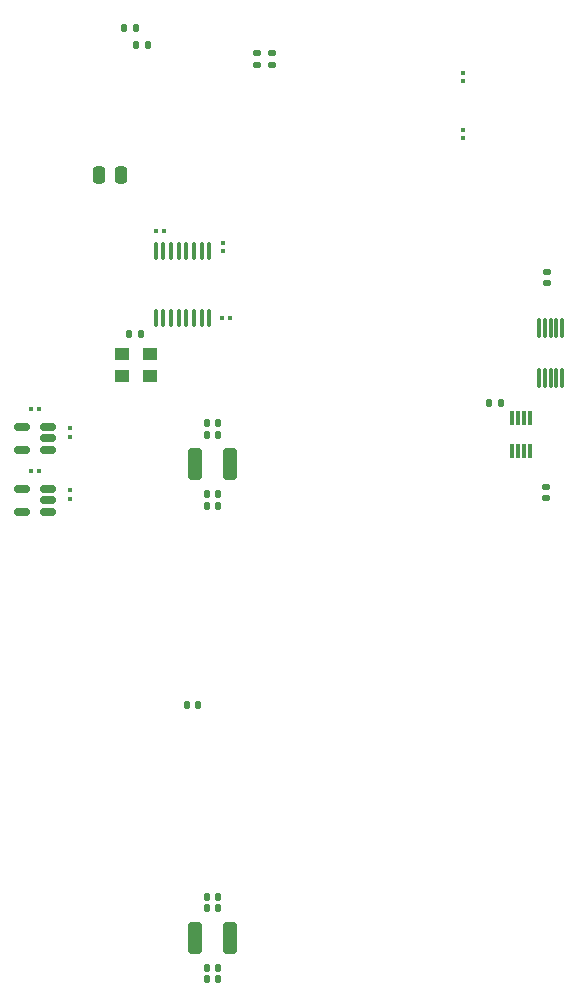
<source format=gbr>
%TF.GenerationSoftware,KiCad,Pcbnew,8.0.4*%
%TF.CreationDate,2024-09-12T18:41:13+02:00*%
%TF.ProjectId,BitForgeNano,42697446-6f72-4676-954e-616e6f2e6b69,rev?*%
%TF.SameCoordinates,Original*%
%TF.FileFunction,Paste,Bot*%
%TF.FilePolarity,Positive*%
%FSLAX46Y46*%
G04 Gerber Fmt 4.6, Leading zero omitted, Abs format (unit mm)*
G04 Created by KiCad (PCBNEW 8.0.4) date 2024-09-12 18:41:13*
%MOMM*%
%LPD*%
G01*
G04 APERTURE LIST*
G04 Aperture macros list*
%AMRoundRect*
0 Rectangle with rounded corners*
0 $1 Rounding radius*
0 $2 $3 $4 $5 $6 $7 $8 $9 X,Y pos of 4 corners*
0 Add a 4 corners polygon primitive as box body*
4,1,4,$2,$3,$4,$5,$6,$7,$8,$9,$2,$3,0*
0 Add four circle primitives for the rounded corners*
1,1,$1+$1,$2,$3*
1,1,$1+$1,$4,$5*
1,1,$1+$1,$6,$7*
1,1,$1+$1,$8,$9*
0 Add four rect primitives between the rounded corners*
20,1,$1+$1,$2,$3,$4,$5,0*
20,1,$1+$1,$4,$5,$6,$7,0*
20,1,$1+$1,$6,$7,$8,$9,0*
20,1,$1+$1,$8,$9,$2,$3,0*%
G04 Aperture macros list end*
%ADD10RoundRect,0.135000X0.185000X-0.135000X0.185000X0.135000X-0.185000X0.135000X-0.185000X-0.135000X0*%
%ADD11RoundRect,0.140000X-0.140000X-0.170000X0.140000X-0.170000X0.140000X0.170000X-0.140000X0.170000X0*%
%ADD12RoundRect,0.250000X-0.325000X-1.100000X0.325000X-1.100000X0.325000X1.100000X-0.325000X1.100000X0*%
%ADD13RoundRect,0.079500X0.079500X0.100500X-0.079500X0.100500X-0.079500X-0.100500X0.079500X-0.100500X0*%
%ADD14RoundRect,0.100000X0.100000X-0.637500X0.100000X0.637500X-0.100000X0.637500X-0.100000X-0.637500X0*%
%ADD15RoundRect,0.250000X-0.250000X-0.475000X0.250000X-0.475000X0.250000X0.475000X-0.250000X0.475000X0*%
%ADD16RoundRect,0.087500X-0.087500X0.725000X-0.087500X-0.725000X0.087500X-0.725000X0.087500X0.725000X0*%
%ADD17RoundRect,0.140000X0.170000X-0.140000X0.170000X0.140000X-0.170000X0.140000X-0.170000X-0.140000X0*%
%ADD18RoundRect,0.150000X-0.512500X-0.150000X0.512500X-0.150000X0.512500X0.150000X-0.512500X0.150000X0*%
%ADD19R,1.300000X1.100000*%
%ADD20RoundRect,0.135000X0.135000X0.185000X-0.135000X0.185000X-0.135000X-0.185000X0.135000X-0.185000X0*%
%ADD21RoundRect,0.087500X-0.087500X0.537500X-0.087500X-0.537500X0.087500X-0.537500X0.087500X0.537500X0*%
%ADD22RoundRect,0.140000X-0.170000X0.140000X-0.170000X-0.140000X0.170000X-0.140000X0.170000X0.140000X0*%
%ADD23RoundRect,0.079500X0.100500X-0.079500X0.100500X0.079500X-0.100500X0.079500X-0.100500X-0.079500X0*%
%ADD24RoundRect,0.079500X-0.100500X0.079500X-0.100500X-0.079500X0.100500X-0.079500X0.100500X0.079500X0*%
%ADD25RoundRect,0.135000X-0.185000X0.135000X-0.185000X-0.135000X0.185000X-0.135000X0.185000X0.135000X0*%
G04 APERTURE END LIST*
D10*
%TO.C,R25*%
X72550000Y-52200000D03*
X72550000Y-53220000D03*
%TD*%
D11*
%TO.C,C46*%
X93180000Y-81800000D03*
X92220000Y-81800000D03*
%TD*%
%TO.C,C29*%
X69230000Y-83500000D03*
X68270000Y-83500000D03*
%TD*%
D12*
%TO.C,C41*%
X70225000Y-87000000D03*
X67275000Y-87000000D03*
%TD*%
D13*
%TO.C,R31*%
X63955000Y-67200000D03*
X64645000Y-67200000D03*
%TD*%
D14*
%TO.C,U9*%
X68500000Y-74625000D03*
X67850000Y-74625000D03*
X67200000Y-74625000D03*
X66550000Y-74625000D03*
X65900000Y-74625000D03*
X65250000Y-74625000D03*
X64600000Y-74625000D03*
X63950000Y-74625000D03*
X63950000Y-68900000D03*
X64600000Y-68900000D03*
X65250000Y-68900000D03*
X65900000Y-68900000D03*
X66550000Y-68900000D03*
X67200000Y-68900000D03*
X67850000Y-68900000D03*
X68500000Y-68900000D03*
%TD*%
D11*
%TO.C,C61*%
X69230000Y-129600000D03*
X68270000Y-129600000D03*
%TD*%
D15*
%TO.C,C47*%
X61050000Y-62500000D03*
X59150000Y-62500000D03*
%TD*%
D13*
%TO.C,C34*%
X53405000Y-87550000D03*
X54095000Y-87550000D03*
%TD*%
D16*
%TO.C,U2*%
X96400000Y-75487500D03*
X96900000Y-75487500D03*
X97400000Y-75487500D03*
X97900000Y-75487500D03*
X98400000Y-75487500D03*
X98400000Y-79712500D03*
X97900000Y-79712500D03*
X97400000Y-79712500D03*
X96900000Y-79712500D03*
X96400000Y-79712500D03*
%TD*%
D11*
%TO.C,C35*%
X62700000Y-76000000D03*
X61740000Y-76000000D03*
%TD*%
D17*
%TO.C,C45*%
X97000000Y-88920000D03*
X97000000Y-89880000D03*
%TD*%
D11*
%TO.C,C40*%
X69230000Y-90500000D03*
X68270000Y-90500000D03*
%TD*%
D12*
%TO.C,C64*%
X70225000Y-127100000D03*
X67275000Y-127100000D03*
%TD*%
D18*
%TO.C,U6*%
X54887500Y-89100000D03*
X54887500Y-90050000D03*
X54887500Y-91000000D03*
X52612500Y-91000000D03*
X52612500Y-89100000D03*
%TD*%
D19*
%TO.C,U11*%
X61150000Y-77650000D03*
X63450000Y-77650000D03*
X63450000Y-79550000D03*
X61150000Y-79550000D03*
%TD*%
D20*
%TO.C,R14*%
X62290000Y-51500000D03*
X63310000Y-51500000D03*
%TD*%
D11*
%TO.C,C60*%
X69230000Y-124600000D03*
X68270000Y-124600000D03*
%TD*%
D21*
%TO.C,U23*%
X95650000Y-85900000D03*
X95150000Y-85900000D03*
X94650000Y-85900000D03*
X94150000Y-85900000D03*
X94150000Y-83100000D03*
X94650000Y-83100000D03*
X95150000Y-83100000D03*
X95650000Y-83100000D03*
%TD*%
D11*
%TO.C,C30*%
X69230000Y-84500000D03*
X68270000Y-84500000D03*
%TD*%
D22*
%TO.C,C21*%
X97100000Y-71680000D03*
X97100000Y-70720000D03*
%TD*%
D13*
%TO.C,C32*%
X53405000Y-82300000D03*
X54095000Y-82300000D03*
%TD*%
D18*
%TO.C,U5*%
X54887500Y-83850000D03*
X54887500Y-84800000D03*
X54887500Y-85750000D03*
X52612500Y-85750000D03*
X52612500Y-83850000D03*
%TD*%
D23*
%TO.C,R29*%
X90000000Y-53835000D03*
X90000000Y-54525000D03*
%TD*%
D20*
%TO.C,R22*%
X61250000Y-50030000D03*
X62270000Y-50030000D03*
%TD*%
D23*
%TO.C,C33*%
X56750000Y-89205000D03*
X56750000Y-89895000D03*
%TD*%
D24*
%TO.C,R28*%
X90000000Y-59345000D03*
X90000000Y-58655000D03*
%TD*%
D25*
%TO.C,R26*%
X73800000Y-53220000D03*
X73800000Y-52200000D03*
%TD*%
D11*
%TO.C,C58*%
X69230000Y-130600000D03*
X68270000Y-130600000D03*
%TD*%
D23*
%TO.C,C15*%
X69700000Y-68255000D03*
X69700000Y-68945000D03*
%TD*%
D13*
%TO.C,C17*%
X69555000Y-74600000D03*
X70245000Y-74600000D03*
%TD*%
D23*
%TO.C,C31*%
X56750000Y-83955000D03*
X56750000Y-84645000D03*
%TD*%
D11*
%TO.C,C39*%
X69230000Y-89500000D03*
X68270000Y-89500000D03*
%TD*%
%TO.C,C59*%
X69230000Y-123600000D03*
X68270000Y-123600000D03*
%TD*%
%TO.C,C42*%
X67580000Y-107400000D03*
X66620000Y-107400000D03*
%TD*%
M02*

</source>
